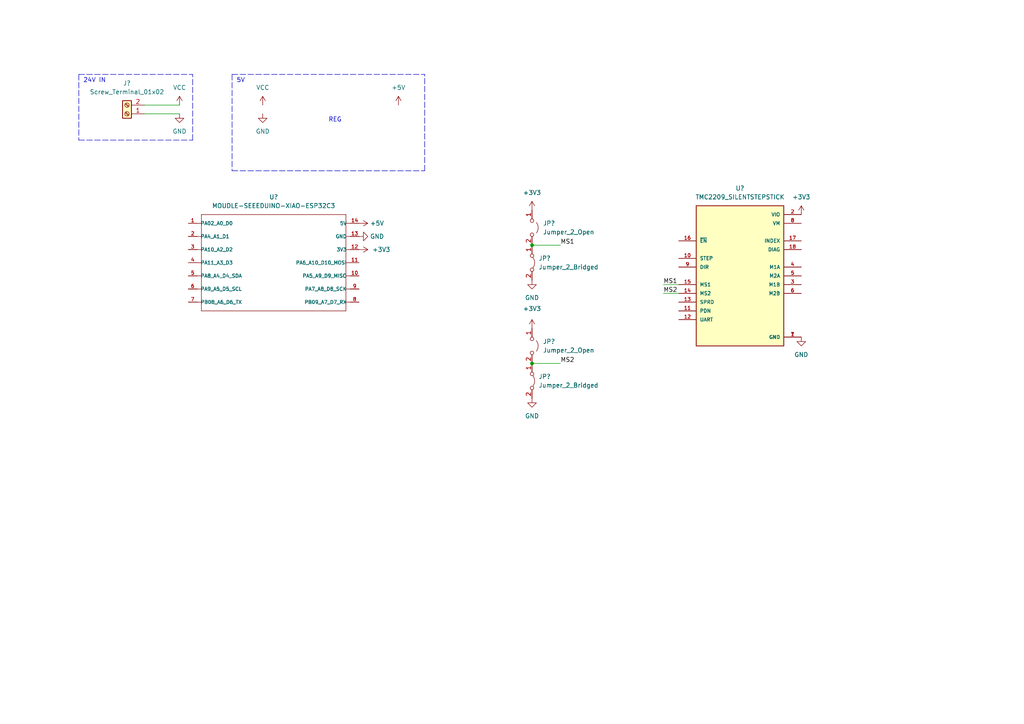
<source format=kicad_sch>
(kicad_sch (version 20211123) (generator eeschema)
  (paper "A4")
  (lib_symbols
    (symbol "Connector:Screw_Terminal_01x02" (pin_names (offset 1.016) hide)
      (property "Reference" "J" (at 0 2.54 0))
      (property "Value" "Screw_Terminal_01x02" (at 0 -5.08 0))
      (symbol "Screw_Terminal_01x02_1_1"
        (rectangle (start -1.27 1.27) (end 1.27 -3.81) (stroke (width 0.254)) (fill (type background)))
        (circle (center 0 -2.54) (radius 0.635) (stroke (width 0.1524)))
        (polyline (pts (xy -0.5334 -2.2098) (xy 0.3302 -3.048)) (stroke (width 0.1524)))
        (polyline (pts (xy -0.5334 0.3302) (xy 0.3302 -0.508)) (stroke (width 0.1524)))
        (polyline (pts (xy -0.3556 -2.032) (xy 0.508 -2.8702)) (stroke (width 0.1524)))
        (polyline (pts (xy -0.3556 0.508) (xy 0.508 -0.3302)) (stroke (width 0.1524)))
        (circle (center 0 0) (radius 0.635) (stroke (width 0.1524)))
        (pin passive line (at -5.08 0 0) (length 3.81) (name "Pin_1") (number "1"))
        (pin passive line (at -5.08 -2.54 0) (length 3.81) (name "Pin_2") (number "2"))
      )
    )
    (symbol "Jumper:Jumper_2_Bridged" (pin_names (offset 0) hide)
      (property "Reference" "JP" (at 0 1.905 0))
      (property "Value" "Jumper_2_Bridged" (at 0 -2.54 0))
      (symbol "Jumper_2_Bridged_0_0"
        (circle (center -2.032 0) (radius 0.508))
        (circle (center 2.032 0) (radius 0.508))
      )
      (symbol "Jumper_2_Bridged_0_1"
        (arc (start 1.524 0.254) (mid 0 0.762) (end -1.524 0.254))
      )
      (symbol "Jumper_2_Bridged_1_1"
        (pin passive line (at -5.08 0 0) (length 2.54) (name "A") (number "1"))
        (pin passive line (at 5.08 0 180) (length 2.54) (name "B") (number "2"))
      )
    )
    (symbol "Jumper:Jumper_2_Open" (pin_names (offset 0) hide)
      (property "Reference" "JP" (at 0 2.794 0))
      (property "Value" "Jumper_2_Open" (at 0 -2.286 0))
      (symbol "Jumper_2_Open_0_0"
        (circle (center -2.032 0) (radius 0.508))
        (circle (center 2.032 0) (radius 0.508))
      )
      (symbol "Jumper_2_Open_0_1"
        (arc (start 1.524 1.27) (mid 0 1.778) (end -1.524 1.27))
      )
      (symbol "Jumper_2_Open_1_1"
        (pin passive line (at -5.08 0 0) (length 2.54) (name "A") (number "1"))
        (pin passive line (at 5.08 0 180) (length 2.54) (name "B") (number "2"))
      )
    )
    (symbol "MOUDLE-SEEEDUINO-XIAO-ESP32C3:MOUDLE-SEEEDUINO-XIAO-ESP32C3" (pin_names (offset 1.016))
      (property "Reference" "U" (at -21.59 15.24 0))
      (property "Value" "MOUDLE-SEEEDUINO-XIAO-ESP32C3" (at -21.59 13.97 0))
      (symbol "MOUDLE-SEEEDUINO-XIAO-ESP32C3_0_0"
        (polyline (pts (xy -21.59 -13.97) (xy -21.59 0)) (stroke (width 0.1524)))
        (polyline (pts (xy -21.59 -11.43) (xy -22.86 -11.43)) (stroke (width 0.1524)))
        (polyline (pts (xy -21.59 -7.62) (xy -22.86 -7.62)) (stroke (width 0.1524)))
        (polyline (pts (xy -21.59 -3.81) (xy -22.86 -3.81)) (stroke (width 0.1524)))
        (polyline (pts (xy -21.59 0) (xy -22.86 0)) (stroke (width 0.1524)))
        (polyline (pts (xy -21.59 0) (xy -21.59 3.81)) (stroke (width 0.1524)))
        (polyline (pts (xy -21.59 3.81) (xy -22.86 3.81)) (stroke (width 0.1524)))
        (polyline (pts (xy -21.59 3.81) (xy -21.59 7.62)) (stroke (width 0.1524)))
        (polyline (pts (xy -21.59 7.62) (xy -22.86 7.62)) (stroke (width 0.1524)))
        (polyline (pts (xy -21.59 7.62) (xy -21.59 11.43)) (stroke (width 0.1524)))
        (polyline (pts (xy -21.59 11.43) (xy -22.86 11.43)) (stroke (width 0.1524)))
        (polyline (pts (xy -21.59 11.43) (xy -21.59 13.97)) (stroke (width 0.1524)))
        (polyline (pts (xy -21.59 13.97) (xy 20.32 13.97)) (stroke (width 0.1524)))
        (polyline (pts (xy 20.32 -13.97) (xy -21.59 -13.97)) (stroke (width 0.1524)))
        (polyline (pts (xy 20.32 3.81) (xy 20.32 -13.97)) (stroke (width 0.1524)))
        (polyline (pts (xy 20.32 7.62) (xy 20.32 3.81)) (stroke (width 0.1524)))
        (polyline (pts (xy 20.32 11.43) (xy 20.32 7.62)) (stroke (width 0.1524)))
        (polyline (pts (xy 20.32 13.97) (xy 20.32 11.43)) (stroke (width 0.1524)))
        (polyline (pts (xy 21.59 -11.43) (xy 20.32 -11.43)) (stroke (width 0.1524)))
        (polyline (pts (xy 21.59 -7.62) (xy 20.32 -7.62)) (stroke (width 0.1524)))
        (polyline (pts (xy 21.59 -3.81) (xy 20.32 -3.81)) (stroke (width 0.1524)))
        (polyline (pts (xy 21.59 0) (xy 20.32 0)) (stroke (width 0.1524)))
        (polyline (pts (xy 21.59 3.81) (xy 20.32 3.81)) (stroke (width 0.1524)))
        (polyline (pts (xy 21.59 7.62) (xy 20.32 7.62)) (stroke (width 0.1524)))
        (polyline (pts (xy 21.59 11.43) (xy 20.32 11.43)) (stroke (width 0.1524)))
        (pin bidirectional line (at -25.4 11.43 0) (length 2.54) (name "PA02_A0_D0") (number "1"))
        (pin bidirectional line (at 24.13 -3.81 180) (length 2.54) (name "PA5_A9_D9_MISO") (number "10"))
        (pin bidirectional line (at 24.13 0 180) (length 2.54) (name "PA6_A10_D10_MOSI") (number "11"))
        (pin bidirectional line (at 24.13 3.81 180) (length 2.54) (name "3V3") (number "12"))
        (pin bidirectional line (at 24.13 7.62 180) (length 2.54) (name "GND") (number "13"))
        (pin bidirectional line (at 24.13 11.43 180) (length 2.54) (name "5V") (number "14"))
        (pin bidirectional line (at -25.4 7.62 0) (length 2.54) (name "PA4_A1_D1") (number "2"))
        (pin bidirectional line (at -25.4 3.81 0) (length 2.54) (name "PA10_A2_D2") (number "3"))
        (pin bidirectional line (at -25.4 0 0) (length 2.54) (name "PA11_A3_D3") (number "4"))
        (pin bidirectional line (at -25.4 -3.81 0) (length 2.54) (name "PA8_A4_D4_SDA") (number "5"))
        (pin bidirectional line (at -25.4 -7.62 0) (length 2.54) (name "PA9_A5_D5_SCL") (number "6"))
        (pin bidirectional line (at -25.4 -11.43 0) (length 2.54) (name "PB08_A6_D6_TX") (number "7"))
        (pin bidirectional line (at 24.13 -11.43 180) (length 2.54) (name "PB09_A7_D7_RX") (number "8"))
        (pin bidirectional line (at 24.13 -7.62 180) (length 2.54) (name "PA7_A8_D8_SCK") (number "9"))
      )
    )
    (symbol "TMC2209_SILENTSTEPSTICK:TMC2209_SILENTSTEPSTICK" (pin_names (offset 1.016))
      (property "Reference" "U" (at -12.7 22.86 0))
      (property "Value" "TMC2209_SILENTSTEPSTICK" (at -12.7 -22.86 0))
      (symbol "TMC2209_SILENTSTEPSTICK_0_0"
        (rectangle (start -12.7 -20.32) (end 12.7 20.32) (stroke (width 0.254)) (fill (type background)))
        (pin power_in line (at 17.78 -17.78 180) (length 5.08) (name "GND") (number "1"))
        (pin input line (at -17.78 5.08 0) (length 5.08) (name "STEP") (number "10"))
        (pin bidirectional line (at -17.78 -10.16 0) (length 5.08) (name "PDN") (number "11"))
        (pin bidirectional line (at -17.78 -12.7 0) (length 5.08) (name "UART") (number "12"))
        (pin input line (at -17.78 -7.62 0) (length 5.08) (name "SPRD") (number "13"))
        (pin input line (at -17.78 -5.08 0) (length 5.08) (name "MS2") (number "14"))
        (pin input line (at -17.78 -2.54 0) (length 5.08) (name "MS1") (number "15"))
        (pin input line (at -17.78 10.16 0) (length 5.08) (name "~{EN}") (number "16"))
        (pin output line (at 17.78 10.16 180) (length 5.08) (name "INDEX") (number "17"))
        (pin output line (at 17.78 7.62 180) (length 5.08) (name "DIAG") (number "18"))
        (pin power_in line (at 17.78 17.78 180) (length 5.08) (name "VIO") (number "2"))
        (pin output line (at 17.78 -2.54 180) (length 5.08) (name "M1B") (number "3"))
        (pin output line (at 17.78 2.54 180) (length 5.08) (name "M1A") (number "4"))
        (pin output line (at 17.78 0 180) (length 5.08) (name "M2A") (number "5"))
        (pin output line (at 17.78 -5.08 180) (length 5.08) (name "M2B") (number "6"))
        (pin power_in line (at 17.78 -17.78 180) (length 5.08) (name "GND") (number "7"))
        (pin power_in line (at 17.78 15.24 180) (length 5.08) (name "VM") (number "8"))
        (pin input line (at -17.78 2.54 0) (length 5.08) (name "DIR") (number "9"))
      )
    )
    (symbol "power:+3V3" (power) (pin_names (offset 0))
      (property "Value" "+3V3" (at 0 3.556 0))
      (symbol "+3V3_0_1"
        (polyline (pts (xy -0.762 1.27) (xy 0 2.54)))
        (polyline (pts (xy 0 0) (xy 0 2.54)))
        (polyline (pts (xy 0 2.54) (xy 0.762 1.27)))
      )
      (symbol "+3V3_1_1"
        (pin power_in line (at 0 0 90) (length 0) hide (name "+3V3") (number "1"))
      )
    )
    (symbol "power:+5V" (power) (pin_names (offset 0))
      (property "Value" "+5V" (at 0 3.556 0))
      (symbol "+5V_0_1"
        (polyline (pts (xy -0.762 1.27) (xy 0 2.54)))
        (polyline (pts (xy 0 0) (xy 0 2.54)))
        (polyline (pts (xy 0 2.54) (xy 0.762 1.27)))
      )
      (symbol "+5V_1_1"
        (pin power_in line (at 0 0 90) (length 0) hide (name "+5V") (number "1"))
      )
    )
    (symbol "power:GND" (power) (pin_names (offset 0))
      (property "Value" "GND" (at 0 -3.81 0))
      (symbol "GND_0_1"
        (polyline (pts (xy 0 0) (xy 0 -1.27) (xy 1.27 -1.27) (xy 0 -2.54) (xy -1.27 -1.27) (xy 0 -1.27)))
      )
      (symbol "GND_1_1"
        (pin power_in line (at 0 0 270) (length 0) hide (name "GND") (number "1"))
      )
    )
    (symbol "power:VCC" (power) (pin_names (offset 0))
      (property "Value" "VCC" (at 0 3.81 0))
      (symbol "VCC_0_1"
        (polyline (pts (xy -0.762 1.27) (xy 0 2.54)))
        (polyline (pts (xy 0 0) (xy 0 2.54)))
        (polyline (pts (xy 0 2.54) (xy 0.762 1.27)))
      )
      (symbol "VCC_1_1"
        (pin power_in line (at 0 0 90) (length 0) hide (name "VCC") (number "1"))
      )
    )
  )
  (junction (at 154.305 71.12))
  (junction (at 154.305 105.41))
  (wire (pts (xy 192.405 82.55) (xy 196.85 82.55)))
  (polyline (pts (xy 22.86 21.59) (xy 55.88 21.59)))
  (polyline (pts (xy 55.88 40.64) (xy 55.88 21.59)))
  (polyline (pts (xy 67.31 49.53) (xy 123.19 49.53)))
  (wire (pts (xy 154.305 105.41) (xy 162.56 105.41)))
  (polyline (pts (xy 22.86 21.59) (xy 22.86 40.64)))
  (polyline (pts (xy 123.19 49.53) (xy 123.19 21.59)))
  (polyline (pts (xy 67.31 21.59) (xy 67.31 49.53)))
  (wire (pts (xy 52.07 30.48) (xy 41.91 30.48)))
  (wire (pts (xy 162.56 71.12) (xy 154.305 71.12)))
  (wire (pts (xy 52.07 33.02) (xy 41.91 33.02)))
  (wire (pts (xy 192.405 85.09) (xy 196.85 85.09)))
  (polyline (pts (xy 22.86 40.64) (xy 55.88 40.64)))
  (polyline (pts (xy 67.31 21.59) (xy 123.19 21.59)))
  (text "5V" (at 68.58 24.13 0) (effects (font (size 1.27 1.27)) (justify left bottom)))
  (text "REG" (at 95.25 35.56 0) (effects (font (size 1.27 1.27)) (justify left bottom)))
  (text "24V IN\n" (at 24.13 24.13 0) (effects (font (size 1.27 1.27)) (justify left bottom)))
  (label "MS2" (at 192.405 85.09 0))
  (label "MS1" (at 192.405 82.55 0))
  (label "MS1" (at 162.56 71.12 0))
  (label "MS2" (at 162.56 105.41 0))
  (symbol (lib_id "Connector:Screw_Terminal_01x02") (at 36.83 33.02 180) (unit 1)
    (property "Reference" "J?" (at 36.83 24.13 0))
    (property "Value" "Screw_Terminal_01x02" (at 36.83 26.67 0))
  )
  (symbol (lib_id "TMC2209_SILENTSTEPSTICK:TMC2209_SILENTSTEPSTICK") (at 214.63 80.01 0) (unit 1)
    (property "Reference" "U?" (at 214.63 54.61 0))
    (property "Value" "TMC2209_SILENTSTEPSTICK" (at 214.63 57.15 0))
    (property "Footprint" "TMC2209_SILENTSTEPSTICK:MODULE_TMC2209_SILENTSTEPSTICK" (effects hide))
    (property "MF" "Trinamic Motion Control GmbH" (effects hide))
    (property "Description" "\nTMC2209 Motor Controller/Driver Power Management Evaluation Board\n" (effects hide))
    (property "Package" "None" (effects hide))
    (property "Price" "None" (effects hide))
    (property "Check_prices" "https://www.snapeda.com/parts/TMC2209%20SILENTSTEPSTICK/Trinamic+Motion+Control+GmbH/view-part/?ref=eda" (effects hide))
    (property "STANDARD" "Manufacturer Recommendations" (effects hide))
    (property "PARTREV" "1.20" (effects hide))
    (property "SnapEDA_Link" "https://www.snapeda.com/parts/TMC2209%20SILENTSTEPSTICK/Trinamic+Motion+Control+GmbH/view-part/?ref=snap" (effects hide))
    (property "MP" "TMC2209 SILENTSTEPSTICK" (effects hide))
    (property "MANUFACTURER" "Trinamic Motion Control GmbH" (effects hide))
    (property "Availability" "In Stock" (effects hide))
    (property "SNAPEDA_PN" "TMC2209 SILENTSTEPSTICK" (effects hide))
  )
  (symbol (lib_id "power:+5V") (at 115.57 30.48 0) (unit 1)
    (property "Reference" "#PWR?" (effects hide))
    (property "Value" "+5V" (at 115.57 25.4 0))
  )
  (symbol (lib_id "power:GND") (at 76.2 33.02 0) (unit 1)
    (property "Reference" "#PWR?" (effects hide))
    (property "Value" "GND" (at 76.2 38.1 0))
  )
  (symbol (lib_id "power:+5V") (at 104.14 64.77 270) (unit 1)
    (property "Reference" "#PWR?" (effects hide))
    (property "Value" "+5V" (at 107.315 64.7699 90) (effects (justify left)))
  )
  (symbol (lib_id "power:GND") (at 154.305 81.28 0) (unit 1)
    (property "Reference" "#PWR?" (effects hide))
    (property "Value" "GND" (at 154.305 86.36 0))
  )
  (symbol (lib_id "power:+3V3") (at 154.305 95.25 0) (unit 1)
    (property "Reference" "#PWR?" (effects hide))
    (property "Value" "+3V3" (at 154.305 89.535 0))
  )
  (symbol (lib_id "Jumper:Jumper_2_Bridged") (at 154.305 110.49 270) (unit 1)
    (property "Reference" "JP?" (at 156.21 109.2199 90) (effects (justify left)))
    (property "Value" "Jumper_2_Bridged" (at 156.21 111.7599 90) (effects (justify left)))
  )
  (symbol (lib_id "power:+3V3") (at 232.41 62.23 0) (unit 1)
    (property "Reference" "#PWR?" (effects hide))
    (property "Value" "+3V3" (at 232.41 57.15 0))
  )
  (symbol (lib_id "Jumper:Jumper_2_Open") (at 154.305 100.33 270) (unit 1)
    (property "Reference" "JP?" (at 157.48 99.0599 90) (effects (justify left)))
    (property "Value" "Jumper_2_Open" (at 157.48 101.5999 90) (effects (justify left)))
  )
  (symbol (lib_id "power:+3V3") (at 154.305 60.96 0) (unit 1)
    (property "Reference" "#PWR?" (effects hide))
    (property "Value" "+3V3" (at 154.305 55.88 0))
  )
  (symbol (lib_id "MOUDLE-SEEEDUINO-XIAO-ESP32C3:MOUDLE-SEEEDUINO-XIAO-ESP32C3") (at 80.01 76.2 0) (unit 1)
    (property "Reference" "U?" (at 79.375 57.15 0))
    (property "Value" "MOUDLE-SEEEDUINO-XIAO-ESP32C3" (at 79.375 59.69 0))
    (property "Footprint" "MOUDLE14P-SMD-2.54-21X17.8MM" (effects hide))
  )
  (symbol (lib_id "power:+3V3") (at 104.14 72.39 270) (unit 1)
    (property "Reference" "#PWR?" (effects hide))
    (property "Value" "+3V3" (at 107.95 72.3899 90) (effects (justify left)))
  )
  (symbol (lib_id "power:GND") (at 154.305 115.57 0) (unit 1)
    (property "Reference" "#PWR?" (effects hide))
    (property "Value" "GND" (at 154.305 120.65 0))
  )
  (symbol (lib_id "Jumper:Jumper_2_Open") (at 154.305 66.04 270) (unit 1)
    (property "Reference" "JP?" (at 157.48 64.7699 90) (effects (justify left)))
    (property "Value" "Jumper_2_Open" (at 157.48 67.3099 90) (effects (justify left)))
  )
  (symbol (lib_id "Jumper:Jumper_2_Bridged") (at 154.305 76.2 270) (unit 1)
    (property "Reference" "JP?" (at 156.21 74.9299 90) (effects (justify left)))
    (property "Value" "Jumper_2_Bridged" (at 156.21 77.4699 90) (effects (justify left)))
  )
  (symbol (lib_id "power:VCC") (at 76.2 30.48 0) (unit 1)
    (property "Reference" "#PWR?" (effects hide))
    (property "Value" "VCC" (at 76.2 25.4 0))
  )
  (symbol (lib_id "power:GND") (at 52.07 33.02 0) (unit 1)
    (property "Reference" "#PWR?" (effects hide))
    (property "Value" "GND" (at 52.07 38.1 0))
  )
  (symbol (lib_id "power:GND") (at 232.41 97.79 0) (unit 1)
    (property "Reference" "#PWR?" (effects hide))
    (property "Value" "GND" (at 232.41 102.87 0))
  )
  (symbol (lib_id "power:GND") (at 104.14 68.58 90) (unit 1)
    (property "Reference" "#PWR?" (effects hide))
    (property "Value" "GND" (at 107.315 68.5799 90) (effects (justify right)))
  )
  (symbol (lib_id "power:VCC") (at 52.07 30.48 0) (unit 1)
    (property "Reference" "#PWR?" (effects hide))
    (property "Value" "VCC" (at 52.07 25.4 0))
  )
)
</source>
